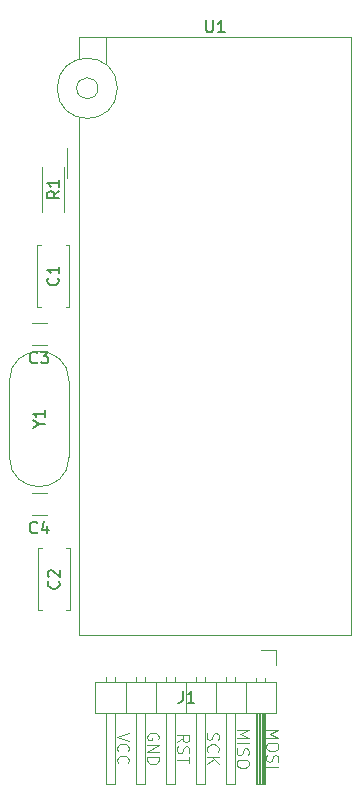
<source format=gbr>
%TF.GenerationSoftware,KiCad,Pcbnew,(6.0.4)*%
%TF.CreationDate,2022-05-04T17:58:44+02:00*%
%TF.ProjectId,dip28,64697032-382e-46b6-9963-61645f706362,1.0*%
%TF.SameCoordinates,Original*%
%TF.FileFunction,Legend,Top*%
%TF.FilePolarity,Positive*%
%FSLAX46Y46*%
G04 Gerber Fmt 4.6, Leading zero omitted, Abs format (unit mm)*
G04 Created by KiCad (PCBNEW (6.0.4)) date 2022-05-04 17:58:44*
%MOMM*%
%LPD*%
G01*
G04 APERTURE LIST*
%ADD10C,0.100000*%
%ADD11C,0.150000*%
%ADD12C,0.120000*%
%ADD13O,2.000000X1.440000*%
%ADD14R,2.000000X1.440000*%
%ADD15C,1.600000*%
%ADD16R,1.700000X1.700000*%
%ADD17O,1.700000X1.700000*%
%ADD18C,1.500000*%
%ADD19C,1.400000*%
%ADD20O,1.400000X1.400000*%
G04 APERTURE END LIST*
D10*
X118845238Y-161214285D02*
X118797619Y-161357142D01*
X118797619Y-161595238D01*
X118845238Y-161690476D01*
X118892857Y-161738095D01*
X118988095Y-161785714D01*
X119083333Y-161785714D01*
X119178571Y-161738095D01*
X119226190Y-161690476D01*
X119273809Y-161595238D01*
X119321428Y-161404761D01*
X119369047Y-161309523D01*
X119416666Y-161261904D01*
X119511904Y-161214285D01*
X119607142Y-161214285D01*
X119702380Y-161261904D01*
X119750000Y-161309523D01*
X119797619Y-161404761D01*
X119797619Y-161642857D01*
X119750000Y-161785714D01*
X118892857Y-162785714D02*
X118845238Y-162738095D01*
X118797619Y-162595238D01*
X118797619Y-162500000D01*
X118845238Y-162357142D01*
X118940476Y-162261904D01*
X119035714Y-162214285D01*
X119226190Y-162166666D01*
X119369047Y-162166666D01*
X119559523Y-162214285D01*
X119654761Y-162261904D01*
X119750000Y-162357142D01*
X119797619Y-162500000D01*
X119797619Y-162595238D01*
X119750000Y-162738095D01*
X119702380Y-162785714D01*
X118797619Y-163214285D02*
X119797619Y-163214285D01*
X118797619Y-163785714D02*
X119369047Y-163357142D01*
X119797619Y-163785714D02*
X119226190Y-163214285D01*
X112197619Y-161166666D02*
X111197619Y-161500000D01*
X112197619Y-161833333D01*
X111292857Y-162738095D02*
X111245238Y-162690476D01*
X111197619Y-162547619D01*
X111197619Y-162452380D01*
X111245238Y-162309523D01*
X111340476Y-162214285D01*
X111435714Y-162166666D01*
X111626190Y-162119047D01*
X111769047Y-162119047D01*
X111959523Y-162166666D01*
X112054761Y-162214285D01*
X112150000Y-162309523D01*
X112197619Y-162452380D01*
X112197619Y-162547619D01*
X112150000Y-162690476D01*
X112102380Y-162738095D01*
X111292857Y-163738095D02*
X111245238Y-163690476D01*
X111197619Y-163547619D01*
X111197619Y-163452380D01*
X111245238Y-163309523D01*
X111340476Y-163214285D01*
X111435714Y-163166666D01*
X111626190Y-163119047D01*
X111769047Y-163119047D01*
X111959523Y-163166666D01*
X112054761Y-163214285D01*
X112150000Y-163309523D01*
X112197619Y-163452380D01*
X112197619Y-163547619D01*
X112150000Y-163690476D01*
X112102380Y-163738095D01*
X123847619Y-160928571D02*
X124847619Y-160928571D01*
X124133333Y-161261904D01*
X124847619Y-161595238D01*
X123847619Y-161595238D01*
X124847619Y-162261904D02*
X124847619Y-162452380D01*
X124800000Y-162547619D01*
X124704761Y-162642857D01*
X124514285Y-162690476D01*
X124180952Y-162690476D01*
X123990476Y-162642857D01*
X123895238Y-162547619D01*
X123847619Y-162452380D01*
X123847619Y-162261904D01*
X123895238Y-162166666D01*
X123990476Y-162071428D01*
X124180952Y-162023809D01*
X124514285Y-162023809D01*
X124704761Y-162071428D01*
X124800000Y-162166666D01*
X124847619Y-162261904D01*
X123895238Y-163071428D02*
X123847619Y-163214285D01*
X123847619Y-163452380D01*
X123895238Y-163547619D01*
X123942857Y-163595238D01*
X124038095Y-163642857D01*
X124133333Y-163642857D01*
X124228571Y-163595238D01*
X124276190Y-163547619D01*
X124323809Y-163452380D01*
X124371428Y-163261904D01*
X124419047Y-163166666D01*
X124466666Y-163119047D01*
X124561904Y-163071428D01*
X124657142Y-163071428D01*
X124752380Y-163119047D01*
X124800000Y-163166666D01*
X124847619Y-163261904D01*
X124847619Y-163500000D01*
X124800000Y-163642857D01*
X123847619Y-164071428D02*
X124847619Y-164071428D01*
X114700000Y-161738095D02*
X114747619Y-161642857D01*
X114747619Y-161500000D01*
X114700000Y-161357142D01*
X114604761Y-161261904D01*
X114509523Y-161214285D01*
X114319047Y-161166666D01*
X114176190Y-161166666D01*
X113985714Y-161214285D01*
X113890476Y-161261904D01*
X113795238Y-161357142D01*
X113747619Y-161500000D01*
X113747619Y-161595238D01*
X113795238Y-161738095D01*
X113842857Y-161785714D01*
X114176190Y-161785714D01*
X114176190Y-161595238D01*
X113747619Y-162214285D02*
X114747619Y-162214285D01*
X113747619Y-162785714D01*
X114747619Y-162785714D01*
X113747619Y-163261904D02*
X114747619Y-163261904D01*
X114747619Y-163500000D01*
X114700000Y-163642857D01*
X114604761Y-163738095D01*
X114509523Y-163785714D01*
X114319047Y-163833333D01*
X114176190Y-163833333D01*
X113985714Y-163785714D01*
X113890476Y-163738095D01*
X113795238Y-163642857D01*
X113747619Y-163500000D01*
X113747619Y-163261904D01*
X121347619Y-160928571D02*
X122347619Y-160928571D01*
X121633333Y-161261904D01*
X122347619Y-161595238D01*
X121347619Y-161595238D01*
X121347619Y-162071428D02*
X122347619Y-162071428D01*
X121395238Y-162500000D02*
X121347619Y-162642857D01*
X121347619Y-162880952D01*
X121395238Y-162976190D01*
X121442857Y-163023809D01*
X121538095Y-163071428D01*
X121633333Y-163071428D01*
X121728571Y-163023809D01*
X121776190Y-162976190D01*
X121823809Y-162880952D01*
X121871428Y-162690476D01*
X121919047Y-162595238D01*
X121966666Y-162547619D01*
X122061904Y-162500000D01*
X122157142Y-162500000D01*
X122252380Y-162547619D01*
X122300000Y-162595238D01*
X122347619Y-162690476D01*
X122347619Y-162928571D01*
X122300000Y-163071428D01*
X122347619Y-163690476D02*
X122347619Y-163880952D01*
X122300000Y-163976190D01*
X122204761Y-164071428D01*
X122014285Y-164119047D01*
X121680952Y-164119047D01*
X121490476Y-164071428D01*
X121395238Y-163976190D01*
X121347619Y-163880952D01*
X121347619Y-163690476D01*
X121395238Y-163595238D01*
X121490476Y-163500000D01*
X121680952Y-163452380D01*
X122014285Y-163452380D01*
X122204761Y-163500000D01*
X122300000Y-163595238D01*
X122347619Y-163690476D01*
X116297619Y-161952380D02*
X116773809Y-161619047D01*
X116297619Y-161380952D02*
X117297619Y-161380952D01*
X117297619Y-161761904D01*
X117250000Y-161857142D01*
X117202380Y-161904761D01*
X117107142Y-161952380D01*
X116964285Y-161952380D01*
X116869047Y-161904761D01*
X116821428Y-161857142D01*
X116773809Y-161761904D01*
X116773809Y-161380952D01*
X116345238Y-162333333D02*
X116297619Y-162476190D01*
X116297619Y-162714285D01*
X116345238Y-162809523D01*
X116392857Y-162857142D01*
X116488095Y-162904761D01*
X116583333Y-162904761D01*
X116678571Y-162857142D01*
X116726190Y-162809523D01*
X116773809Y-162714285D01*
X116821428Y-162523809D01*
X116869047Y-162428571D01*
X116916666Y-162380952D01*
X117011904Y-162333333D01*
X117107142Y-162333333D01*
X117202380Y-162380952D01*
X117250000Y-162428571D01*
X117297619Y-162523809D01*
X117297619Y-162761904D01*
X117250000Y-162904761D01*
X117297619Y-163190476D02*
X117297619Y-163761904D01*
X116297619Y-163476190D02*
X117297619Y-163476190D01*
D11*
%TO.C,U1*%
X118733095Y-100852380D02*
X118733095Y-101661904D01*
X118780714Y-101757142D01*
X118828333Y-101804761D01*
X118923571Y-101852380D01*
X119114047Y-101852380D01*
X119209285Y-101804761D01*
X119256904Y-101757142D01*
X119304523Y-101661904D01*
X119304523Y-100852380D01*
X120304523Y-101852380D02*
X119733095Y-101852380D01*
X120018809Y-101852380D02*
X120018809Y-100852380D01*
X119923571Y-100995238D01*
X119828333Y-101090476D01*
X119733095Y-101138095D01*
%TO.C,C4*%
X104433333Y-144207142D02*
X104385714Y-144254761D01*
X104242857Y-144302380D01*
X104147619Y-144302380D01*
X104004761Y-144254761D01*
X103909523Y-144159523D01*
X103861904Y-144064285D01*
X103814285Y-143873809D01*
X103814285Y-143730952D01*
X103861904Y-143540476D01*
X103909523Y-143445238D01*
X104004761Y-143350000D01*
X104147619Y-143302380D01*
X104242857Y-143302380D01*
X104385714Y-143350000D01*
X104433333Y-143397619D01*
X105290476Y-143635714D02*
X105290476Y-144302380D01*
X105052380Y-143254761D02*
X104814285Y-143969047D01*
X105433333Y-143969047D01*
%TO.C,C3*%
X104433333Y-129807142D02*
X104385714Y-129854761D01*
X104242857Y-129902380D01*
X104147619Y-129902380D01*
X104004761Y-129854761D01*
X103909523Y-129759523D01*
X103861904Y-129664285D01*
X103814285Y-129473809D01*
X103814285Y-129330952D01*
X103861904Y-129140476D01*
X103909523Y-129045238D01*
X104004761Y-128950000D01*
X104147619Y-128902380D01*
X104242857Y-128902380D01*
X104385714Y-128950000D01*
X104433333Y-128997619D01*
X104766666Y-128902380D02*
X105385714Y-128902380D01*
X105052380Y-129283333D01*
X105195238Y-129283333D01*
X105290476Y-129330952D01*
X105338095Y-129378571D01*
X105385714Y-129473809D01*
X105385714Y-129711904D01*
X105338095Y-129807142D01*
X105290476Y-129854761D01*
X105195238Y-129902380D01*
X104909523Y-129902380D01*
X104814285Y-129854761D01*
X104766666Y-129807142D01*
%TO.C,C2*%
X106242142Y-148351666D02*
X106289761Y-148399285D01*
X106337380Y-148542142D01*
X106337380Y-148637380D01*
X106289761Y-148780238D01*
X106194523Y-148875476D01*
X106099285Y-148923095D01*
X105908809Y-148970714D01*
X105765952Y-148970714D01*
X105575476Y-148923095D01*
X105480238Y-148875476D01*
X105385000Y-148780238D01*
X105337380Y-148637380D01*
X105337380Y-148542142D01*
X105385000Y-148399285D01*
X105432619Y-148351666D01*
X105432619Y-147970714D02*
X105385000Y-147923095D01*
X105337380Y-147827857D01*
X105337380Y-147589761D01*
X105385000Y-147494523D01*
X105432619Y-147446904D01*
X105527857Y-147399285D01*
X105623095Y-147399285D01*
X105765952Y-147446904D01*
X106337380Y-148018333D01*
X106337380Y-147399285D01*
%TO.C,C1*%
X106182142Y-122666666D02*
X106229761Y-122714285D01*
X106277380Y-122857142D01*
X106277380Y-122952380D01*
X106229761Y-123095238D01*
X106134523Y-123190476D01*
X106039285Y-123238095D01*
X105848809Y-123285714D01*
X105705952Y-123285714D01*
X105515476Y-123238095D01*
X105420238Y-123190476D01*
X105325000Y-123095238D01*
X105277380Y-122952380D01*
X105277380Y-122857142D01*
X105325000Y-122714285D01*
X105372619Y-122666666D01*
X106277380Y-121714285D02*
X106277380Y-122285714D01*
X106277380Y-122000000D02*
X105277380Y-122000000D01*
X105420238Y-122095238D01*
X105515476Y-122190476D01*
X105563095Y-122285714D01*
%TO.C,J1*%
X116741666Y-157647380D02*
X116741666Y-158361666D01*
X116694047Y-158504523D01*
X116598809Y-158599761D01*
X116455952Y-158647380D01*
X116360714Y-158647380D01*
X117741666Y-158647380D02*
X117170238Y-158647380D01*
X117455952Y-158647380D02*
X117455952Y-157647380D01*
X117360714Y-157790238D01*
X117265476Y-157885476D01*
X117170238Y-157933095D01*
%TO.C,Y1*%
X104601190Y-135051190D02*
X105077380Y-135051190D01*
X104077380Y-135384523D02*
X104601190Y-135051190D01*
X104077380Y-134717857D01*
X105077380Y-133860714D02*
X105077380Y-134432142D01*
X105077380Y-134146428D02*
X104077380Y-134146428D01*
X104220238Y-134241666D01*
X104315476Y-134336904D01*
X104363095Y-134432142D01*
%TO.C,R1*%
X106302380Y-115316666D02*
X105826190Y-115650000D01*
X106302380Y-115888095D02*
X105302380Y-115888095D01*
X105302380Y-115507142D01*
X105350000Y-115411904D01*
X105397619Y-115364285D01*
X105492857Y-115316666D01*
X105635714Y-115316666D01*
X105730952Y-115364285D01*
X105778571Y-115411904D01*
X105826190Y-115507142D01*
X105826190Y-115888095D01*
X106302380Y-114364285D02*
X106302380Y-114935714D01*
X106302380Y-114650000D02*
X105302380Y-114650000D01*
X105445238Y-114745238D01*
X105540476Y-114840476D01*
X105588095Y-114935714D01*
D12*
%TO.C,U1*%
X111225000Y-106610000D02*
G75*
G03*
X111225000Y-106610000I-2550000J0D01*
G01*
X109575000Y-106610000D02*
G75*
G03*
X109575000Y-106610000I-900000J0D01*
G01*
X110225000Y-102300000D02*
X110225000Y-104560000D01*
X107945000Y-152900000D02*
X131045000Y-152900000D01*
X107945000Y-102300000D02*
X107945000Y-104160000D01*
X131045000Y-102300000D02*
X107945000Y-102300000D01*
X106925000Y-114230000D02*
X106925000Y-111690000D01*
X131045000Y-152900000D02*
X131045000Y-102300000D01*
X107945000Y-109060000D02*
X107945000Y-152900000D01*
%TO.C,C4*%
X105229000Y-142720000D02*
X103971000Y-142720000D01*
X105229000Y-140880000D02*
X103971000Y-140880000D01*
%TO.C,C3*%
X105229000Y-128320000D02*
X103971000Y-128320000D01*
X105229000Y-126480000D02*
X103971000Y-126480000D01*
%TO.C,C2*%
X106915000Y-145540000D02*
X107230000Y-145540000D01*
X104490000Y-150780000D02*
X104805000Y-150780000D01*
X104490000Y-150780000D02*
X104490000Y-145540000D01*
X107230000Y-150780000D02*
X107230000Y-145540000D01*
X104490000Y-145540000D02*
X104805000Y-145540000D01*
X106915000Y-150780000D02*
X107230000Y-150780000D01*
%TO.C,C1*%
X107170000Y-125120000D02*
X106855000Y-125120000D01*
X107170000Y-119880000D02*
X106855000Y-119880000D01*
X104430000Y-119880000D02*
X104430000Y-125120000D01*
X104745000Y-119880000D02*
X104430000Y-119880000D01*
X104745000Y-125120000D02*
X104430000Y-125120000D01*
X107170000Y-119880000D02*
X107170000Y-125120000D01*
%TO.C,J1*%
X109320000Y-159525000D02*
X124680000Y-159525000D01*
X122080000Y-156865000D02*
X122080000Y-159525000D01*
X112810000Y-165525000D02*
X112810000Y-159525000D01*
X114460000Y-156865000D02*
X114460000Y-159525000D01*
X120430000Y-165525000D02*
X120430000Y-159525000D01*
X113570000Y-159525000D02*
X113570000Y-165525000D01*
X123730000Y-156535000D02*
X123730000Y-156865000D01*
X117890000Y-165525000D02*
X117890000Y-159525000D01*
X111030000Y-156467929D02*
X111030000Y-156865000D01*
X115350000Y-156467929D02*
X115350000Y-156865000D01*
X111030000Y-165525000D02*
X110270000Y-165525000D01*
X121190000Y-159525000D02*
X121190000Y-165525000D01*
X123350000Y-154155000D02*
X124620000Y-154155000D01*
X123730000Y-165525000D02*
X122970000Y-165525000D01*
X124680000Y-159525000D02*
X124680000Y-156865000D01*
X113570000Y-156467929D02*
X113570000Y-156865000D01*
X119540000Y-156865000D02*
X119540000Y-159525000D01*
X113570000Y-165525000D02*
X112810000Y-165525000D01*
X115350000Y-165525000D02*
X115350000Y-159525000D01*
X121190000Y-165525000D02*
X120430000Y-165525000D01*
X110270000Y-165525000D02*
X110270000Y-159525000D01*
X116110000Y-159525000D02*
X116110000Y-165525000D01*
X120430000Y-156467929D02*
X120430000Y-156865000D01*
X123670000Y-159525000D02*
X123670000Y-165525000D01*
X122970000Y-165525000D02*
X122970000Y-159525000D01*
X118650000Y-165525000D02*
X117890000Y-165525000D01*
X123310000Y-159525000D02*
X123310000Y-165525000D01*
X121190000Y-156467929D02*
X121190000Y-156865000D01*
X122970000Y-156535000D02*
X122970000Y-156865000D01*
X123550000Y-159525000D02*
X123550000Y-165525000D01*
X123430000Y-159525000D02*
X123430000Y-165525000D01*
X123190000Y-159525000D02*
X123190000Y-165525000D01*
X123730000Y-159525000D02*
X123730000Y-165525000D01*
X124620000Y-154155000D02*
X124620000Y-155425000D01*
X110270000Y-156467929D02*
X110270000Y-156865000D01*
X117000000Y-156865000D02*
X117000000Y-159525000D01*
X116110000Y-156467929D02*
X116110000Y-156865000D01*
X123070000Y-159525000D02*
X123070000Y-165525000D01*
X124680000Y-156865000D02*
X109320000Y-156865000D01*
X117890000Y-156467929D02*
X117890000Y-156865000D01*
X118650000Y-159525000D02*
X118650000Y-165525000D01*
X112810000Y-156467929D02*
X112810000Y-156865000D01*
X111030000Y-159525000D02*
X111030000Y-165525000D01*
X109320000Y-156865000D02*
X109320000Y-159525000D01*
X111920000Y-156865000D02*
X111920000Y-159525000D01*
X118650000Y-156467929D02*
X118650000Y-156865000D01*
X116110000Y-165525000D02*
X115350000Y-165525000D01*
%TO.C,Y1*%
X102075000Y-137810000D02*
X102075000Y-131410000D01*
X107125000Y-137810000D02*
X107125000Y-131410000D01*
X107125000Y-131410000D02*
G75*
G03*
X102075000Y-131410000I-2525000J0D01*
G01*
X102075000Y-137810000D02*
G75*
G03*
X107125000Y-137810000I2525000J0D01*
G01*
%TO.C,R1*%
X104880000Y-113280000D02*
X104880000Y-117120000D01*
X106720000Y-113280000D02*
X106720000Y-117120000D01*
%TD*%
%LPC*%
D13*
%TO.C,U1*%
X127115000Y-112960000D03*
X127115000Y-115500000D03*
X127115000Y-118040000D03*
X127115000Y-120580000D03*
X127115000Y-123120000D03*
X127115000Y-125660000D03*
X127115000Y-128200000D03*
X127115000Y-130740000D03*
X127115000Y-133280000D03*
X127115000Y-135820000D03*
X127115000Y-138360000D03*
X127115000Y-140900000D03*
X127115000Y-143440000D03*
X127115000Y-145980000D03*
X111875000Y-145980000D03*
X111875000Y-143440000D03*
X111875000Y-140900000D03*
X111875000Y-138360000D03*
X111875000Y-135820000D03*
X111875000Y-133280000D03*
X111875000Y-130740000D03*
X111875000Y-128200000D03*
X111875000Y-125660000D03*
X111875000Y-123120000D03*
X111875000Y-120580000D03*
X111875000Y-118040000D03*
X111875000Y-115500000D03*
D14*
X111875000Y-112960000D03*
%TD*%
D15*
%TO.C,C4*%
X105850000Y-141800000D03*
X103350000Y-141800000D03*
%TD*%
%TO.C,C3*%
X105850000Y-127400000D03*
X103350000Y-127400000D03*
%TD*%
%TO.C,C2*%
X105860000Y-150660000D03*
X105860000Y-145660000D03*
%TD*%
%TO.C,C1*%
X105800000Y-120000000D03*
X105800000Y-125000000D03*
%TD*%
D16*
%TO.C,J1*%
X123350000Y-155425000D03*
D17*
X120810000Y-155425000D03*
X118270000Y-155425000D03*
X115730000Y-155425000D03*
X113190000Y-155425000D03*
X110650000Y-155425000D03*
%TD*%
D18*
%TO.C,Y1*%
X104600000Y-137050000D03*
X104600000Y-132170000D03*
%TD*%
D19*
%TO.C,R1*%
X105800000Y-112660000D03*
D20*
X105800000Y-117740000D03*
%TD*%
M02*

</source>
